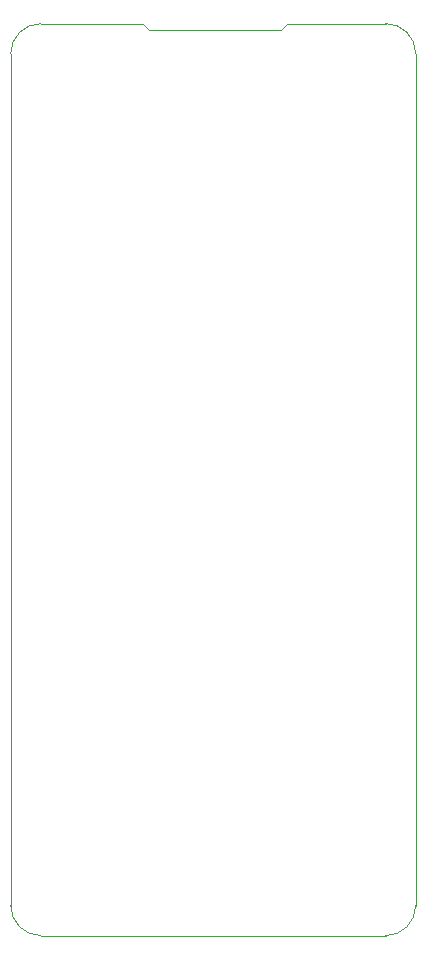
<source format=gbr>
%TF.GenerationSoftware,KiCad,Pcbnew,(5.1.10)-1*%
%TF.CreationDate,2022-01-15T14:59:42+11:00*%
%TF.ProjectId,BKM-10Rp2040 v2,424b4d2d-3130-4527-9032-303430207632,rev?*%
%TF.SameCoordinates,Original*%
%TF.FileFunction,Profile,NP*%
%FSLAX46Y46*%
G04 Gerber Fmt 4.6, Leading zero omitted, Abs format (unit mm)*
G04 Created by KiCad (PCBNEW (5.1.10)-1) date 2022-01-15 14:59:42*
%MOMM*%
%LPD*%
G01*
G04 APERTURE LIST*
%TA.AperFunction,Profile*%
%ADD10C,0.100000*%
%TD*%
G04 APERTURE END LIST*
D10*
X133858000Y-66294000D02*
X142240000Y-66294000D01*
X122174000Y-66802000D02*
X121666000Y-66294000D01*
X133350000Y-66802000D02*
X133858000Y-66294000D01*
X122174000Y-66802000D02*
X133350000Y-66802000D01*
X144780000Y-68834000D02*
X144780000Y-140970000D01*
X142240000Y-66294000D02*
G75*
G02*
X144780000Y-68834000I0J-2540000D01*
G01*
X144780000Y-140970000D02*
G75*
G02*
X142240000Y-143510000I-2540000J0D01*
G01*
X113030000Y-143510000D02*
G75*
G02*
X110490000Y-140970000I0J2540000D01*
G01*
X110490000Y-68834000D02*
G75*
G02*
X113030000Y-66294000I2540000J0D01*
G01*
X113030000Y-66294000D02*
X121666000Y-66294000D01*
X110490000Y-140970000D02*
X110490000Y-68834000D01*
X142240000Y-143510000D02*
X113030000Y-143510000D01*
M02*

</source>
